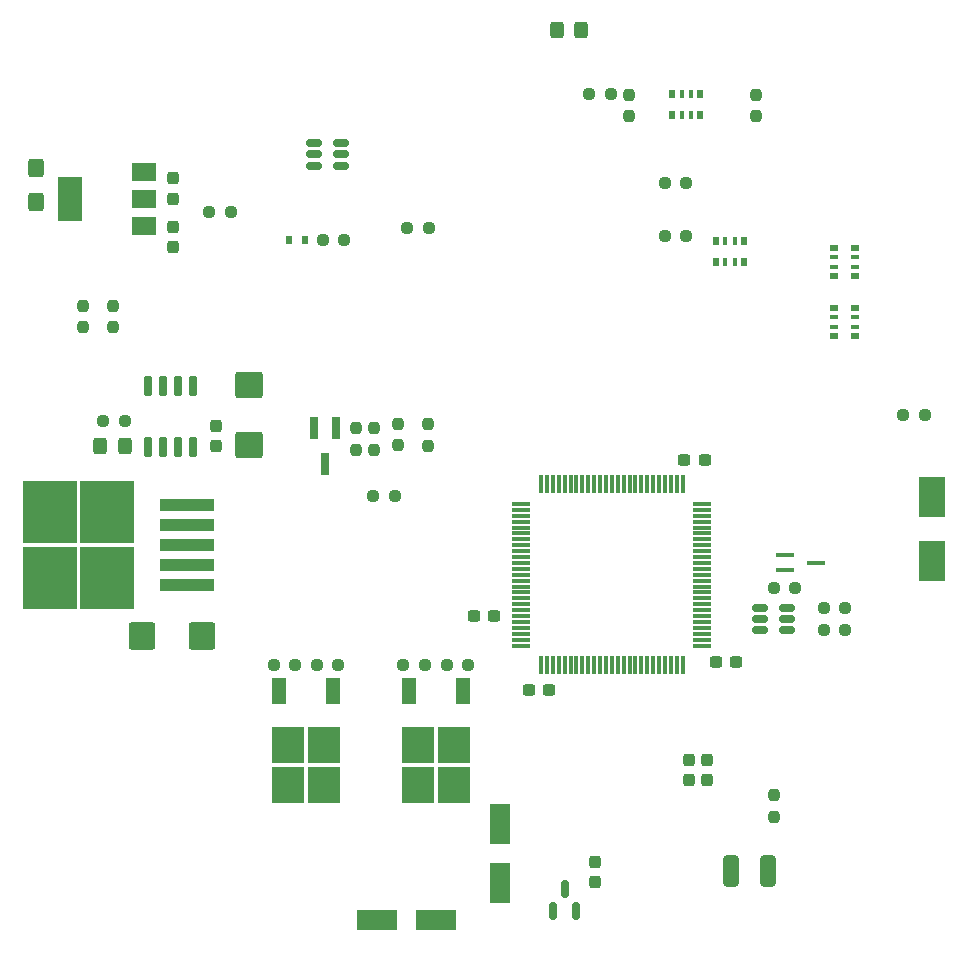
<source format=gbr>
%TF.GenerationSoftware,KiCad,Pcbnew,6.0.10*%
%TF.CreationDate,2023-01-12T17:29:40+03:00*%
%TF.ProjectId,nitrogen,6e697472-6f67-4656-9e2e-6b696361645f,rev?*%
%TF.SameCoordinates,Original*%
%TF.FileFunction,Paste,Bot*%
%TF.FilePolarity,Positive*%
%FSLAX46Y46*%
G04 Gerber Fmt 4.6, Leading zero omitted, Abs format (unit mm)*
G04 Created by KiCad (PCBNEW 6.0.10) date 2023-01-12 17:29:40*
%MOMM*%
%LPD*%
G01*
G04 APERTURE LIST*
G04 Aperture macros list*
%AMRoundRect*
0 Rectangle with rounded corners*
0 $1 Rounding radius*
0 $2 $3 $4 $5 $6 $7 $8 $9 X,Y pos of 4 corners*
0 Add a 4 corners polygon primitive as box body*
4,1,4,$2,$3,$4,$5,$6,$7,$8,$9,$2,$3,0*
0 Add four circle primitives for the rounded corners*
1,1,$1+$1,$2,$3*
1,1,$1+$1,$4,$5*
1,1,$1+$1,$6,$7*
1,1,$1+$1,$8,$9*
0 Add four rect primitives between the rounded corners*
20,1,$1+$1,$2,$3,$4,$5,0*
20,1,$1+$1,$4,$5,$6,$7,0*
20,1,$1+$1,$6,$7,$8,$9,0*
20,1,$1+$1,$8,$9,$2,$3,0*%
G04 Aperture macros list end*
%ADD10RoundRect,0.237500X-0.250000X-0.237500X0.250000X-0.237500X0.250000X0.237500X-0.250000X0.237500X0*%
%ADD11R,1.500000X0.450000*%
%ADD12RoundRect,0.237500X0.250000X0.237500X-0.250000X0.237500X-0.250000X-0.237500X0.250000X-0.237500X0*%
%ADD13RoundRect,0.237500X-0.237500X0.250000X-0.237500X-0.250000X0.237500X-0.250000X0.237500X0.250000X0*%
%ADD14RoundRect,0.237500X-0.237500X0.300000X-0.237500X-0.300000X0.237500X-0.300000X0.237500X0.300000X0*%
%ADD15RoundRect,0.237500X0.300000X0.237500X-0.300000X0.237500X-0.300000X-0.237500X0.300000X-0.237500X0*%
%ADD16RoundRect,0.075000X-0.725000X-0.075000X0.725000X-0.075000X0.725000X0.075000X-0.725000X0.075000X0*%
%ADD17RoundRect,0.075000X-0.075000X-0.725000X0.075000X-0.725000X0.075000X0.725000X-0.075000X0.725000X0*%
%ADD18RoundRect,0.250000X0.925000X-0.875000X0.925000X0.875000X-0.925000X0.875000X-0.925000X-0.875000X0*%
%ADD19RoundRect,0.237500X0.237500X-0.250000X0.237500X0.250000X-0.237500X0.250000X-0.237500X-0.250000X0*%
%ADD20RoundRect,0.237500X0.237500X-0.300000X0.237500X0.300000X-0.237500X0.300000X-0.237500X-0.300000X0*%
%ADD21R,0.800000X0.500000*%
%ADD22R,0.800000X0.400000*%
%ADD23R,0.600000X0.700000*%
%ADD24R,2.000000X1.500000*%
%ADD25R,2.000000X3.800000*%
%ADD26R,0.800000X1.900000*%
%ADD27RoundRect,0.150000X0.150000X-0.587500X0.150000X0.587500X-0.150000X0.587500X-0.150000X-0.587500X0*%
%ADD28R,0.500000X0.800000*%
%ADD29R,0.400000X0.800000*%
%ADD30RoundRect,0.150000X0.150000X-0.725000X0.150000X0.725000X-0.150000X0.725000X-0.150000X-0.725000X0*%
%ADD31RoundRect,0.250000X0.875000X0.925000X-0.875000X0.925000X-0.875000X-0.925000X0.875000X-0.925000X0*%
%ADD32RoundRect,0.250000X0.400000X1.075000X-0.400000X1.075000X-0.400000X-1.075000X0.400000X-1.075000X0*%
%ADD33RoundRect,0.150000X0.512500X0.150000X-0.512500X0.150000X-0.512500X-0.150000X0.512500X-0.150000X0*%
%ADD34R,4.550000X5.250000*%
%ADD35R,4.600000X1.100000*%
%ADD36R,3.500000X1.800000*%
%ADD37RoundRect,0.250000X-0.325000X-0.450000X0.325000X-0.450000X0.325000X0.450000X-0.325000X0.450000X0*%
%ADD38RoundRect,0.250000X0.325000X0.450000X-0.325000X0.450000X-0.325000X-0.450000X0.325000X-0.450000X0*%
%ADD39RoundRect,0.250000X0.425000X-0.537500X0.425000X0.537500X-0.425000X0.537500X-0.425000X-0.537500X0*%
%ADD40R,2.750000X3.050000*%
%ADD41R,1.200000X2.200000*%
%ADD42R,1.800000X3.500000*%
%ADD43RoundRect,0.237500X-0.300000X-0.237500X0.300000X-0.237500X0.300000X0.237500X-0.300000X0.237500X0*%
%ADD44RoundRect,0.150000X-0.512500X-0.150000X0.512500X-0.150000X0.512500X0.150000X-0.512500X0.150000X0*%
%ADD45R,2.300000X3.500000*%
G04 APERTURE END LIST*
D10*
%TO.C,R13*%
X164943800Y-95148400D03*
X163118800Y-95148400D03*
%TD*%
D11*
%TO.C,Q5*%
X164024000Y-93614000D03*
X164024000Y-92314000D03*
X166684000Y-92964000D03*
%TD*%
D12*
%TO.C,R8*%
X133551300Y-101600000D03*
X131726300Y-101600000D03*
%TD*%
D10*
%TO.C,R54*%
X124919100Y-65684400D03*
X126744100Y-65684400D03*
%TD*%
D13*
%TO.C,R44*%
X163100000Y-112661900D03*
X163100000Y-114486900D03*
%TD*%
D14*
%TO.C,C4*%
X147980400Y-118315400D03*
X147980400Y-120040400D03*
%TD*%
D15*
%TO.C,C7*%
X157275700Y-84277200D03*
X155550700Y-84277200D03*
%TD*%
D12*
%TO.C,R2*%
X122578500Y-101600000D03*
X120753500Y-101600000D03*
%TD*%
D16*
%TO.C,U4*%
X141725000Y-100000000D03*
X141725000Y-99500000D03*
X141725000Y-99000000D03*
X141725000Y-98500000D03*
X141725000Y-98000000D03*
X141725000Y-97500000D03*
X141725000Y-97000000D03*
X141725000Y-96500000D03*
X141725000Y-96000000D03*
X141725000Y-95500000D03*
X141725000Y-95000000D03*
X141725000Y-94500000D03*
X141725000Y-94000000D03*
X141725000Y-93500000D03*
X141725000Y-93000000D03*
X141725000Y-92500000D03*
X141725000Y-92000000D03*
X141725000Y-91500000D03*
X141725000Y-91000000D03*
X141725000Y-90500000D03*
X141725000Y-90000000D03*
X141725000Y-89500000D03*
X141725000Y-89000000D03*
X141725000Y-88500000D03*
X141725000Y-88000000D03*
D17*
X143400000Y-86325000D03*
X143900000Y-86325000D03*
X144400000Y-86325000D03*
X144900000Y-86325000D03*
X145400000Y-86325000D03*
X145900000Y-86325000D03*
X146400000Y-86325000D03*
X146900000Y-86325000D03*
X147400000Y-86325000D03*
X147900000Y-86325000D03*
X148400000Y-86325000D03*
X148900000Y-86325000D03*
X149400000Y-86325000D03*
X149900000Y-86325000D03*
X150400000Y-86325000D03*
X150900000Y-86325000D03*
X151400000Y-86325000D03*
X151900000Y-86325000D03*
X152400000Y-86325000D03*
X152900000Y-86325000D03*
X153400000Y-86325000D03*
X153900000Y-86325000D03*
X154400000Y-86325000D03*
X154900000Y-86325000D03*
X155400000Y-86325000D03*
D16*
X157075000Y-88000000D03*
X157075000Y-88500000D03*
X157075000Y-89000000D03*
X157075000Y-89500000D03*
X157075000Y-90000000D03*
X157075000Y-90500000D03*
X157075000Y-91000000D03*
X157075000Y-91500000D03*
X157075000Y-92000000D03*
X157075000Y-92500000D03*
X157075000Y-93000000D03*
X157075000Y-93500000D03*
X157075000Y-94000000D03*
X157075000Y-94500000D03*
X157075000Y-95000000D03*
X157075000Y-95500000D03*
X157075000Y-96000000D03*
X157075000Y-96500000D03*
X157075000Y-97000000D03*
X157075000Y-97500000D03*
X157075000Y-98000000D03*
X157075000Y-98500000D03*
X157075000Y-99000000D03*
X157075000Y-99500000D03*
X157075000Y-100000000D03*
D17*
X155400000Y-101675000D03*
X154900000Y-101675000D03*
X154400000Y-101675000D03*
X153900000Y-101675000D03*
X153400000Y-101675000D03*
X152900000Y-101675000D03*
X152400000Y-101675000D03*
X151900000Y-101675000D03*
X151400000Y-101675000D03*
X150900000Y-101675000D03*
X150400000Y-101675000D03*
X149900000Y-101675000D03*
X149400000Y-101675000D03*
X148900000Y-101675000D03*
X148400000Y-101675000D03*
X147900000Y-101675000D03*
X147400000Y-101675000D03*
X146900000Y-101675000D03*
X146400000Y-101675000D03*
X145900000Y-101675000D03*
X145400000Y-101675000D03*
X144900000Y-101675000D03*
X144400000Y-101675000D03*
X143900000Y-101675000D03*
X143400000Y-101675000D03*
%TD*%
D18*
%TO.C,C15*%
X118674000Y-83001000D03*
X118674000Y-77901000D03*
%TD*%
D19*
%TO.C,R22*%
X161645600Y-55166900D03*
X161645600Y-53341900D03*
%TD*%
D10*
%TO.C,R17*%
X115317900Y-63296800D03*
X117142900Y-63296800D03*
%TD*%
D20*
%TO.C,C22*%
X112250000Y-62162500D03*
X112250000Y-60437500D03*
%TD*%
D12*
%TO.C,R38*%
X108156500Y-80959000D03*
X106331500Y-80959000D03*
%TD*%
D19*
%TO.C,R47*%
X104597200Y-73048500D03*
X104597200Y-71223500D03*
%TD*%
D12*
%TO.C,R26*%
X149312500Y-53300000D03*
X147487500Y-53300000D03*
%TD*%
D21*
%TO.C,RN3*%
X170000000Y-71400000D03*
D22*
X170000000Y-72200000D03*
X170000000Y-73000000D03*
D21*
X170000000Y-73800000D03*
X168200000Y-73800000D03*
D22*
X168200000Y-73000000D03*
X168200000Y-72200000D03*
D21*
X168200000Y-71400000D03*
%TD*%
D23*
%TO.C,D8*%
X123432800Y-65659000D03*
X122032800Y-65659000D03*
%TD*%
D10*
%TO.C,R3*%
X124411100Y-101600000D03*
X126236100Y-101600000D03*
%TD*%
%TO.C,R46*%
X153887500Y-65300000D03*
X155712500Y-65300000D03*
%TD*%
D24*
%TO.C,U8*%
X109800000Y-59900000D03*
X109800000Y-62200000D03*
D25*
X103500000Y-62200000D03*
D24*
X109800000Y-64500000D03*
%TD*%
D26*
%TO.C,Q6*%
X124150000Y-81600000D03*
X126050000Y-81600000D03*
X125100000Y-84600000D03*
%TD*%
D12*
%TO.C,R18*%
X169162100Y-96774000D03*
X167337100Y-96774000D03*
%TD*%
D21*
%TO.C,RN5*%
X168200000Y-68700000D03*
D22*
X168200000Y-67900000D03*
X168200000Y-67100000D03*
D21*
X168200000Y-66300000D03*
X170000000Y-66300000D03*
D22*
X170000000Y-67100000D03*
X170000000Y-67900000D03*
D21*
X170000000Y-68700000D03*
%TD*%
D27*
%TO.C,D7*%
X146350000Y-122437500D03*
X144450000Y-122437500D03*
X145400000Y-120562500D03*
%TD*%
D10*
%TO.C,R9*%
X135434700Y-101600000D03*
X137259700Y-101600000D03*
%TD*%
D28*
%TO.C,RN1*%
X160600000Y-67500000D03*
D29*
X159800000Y-67500000D03*
X159000000Y-67500000D03*
D28*
X158200000Y-67500000D03*
X158200000Y-65700000D03*
D29*
X159000000Y-65700000D03*
X159800000Y-65700000D03*
D28*
X160600000Y-65700000D03*
%TD*%
D15*
%TO.C,C10*%
X139462500Y-97500000D03*
X137737500Y-97500000D03*
%TD*%
D30*
%TO.C,Q8*%
X113975000Y-83153000D03*
X112705000Y-83153000D03*
X111435000Y-83153000D03*
X110165000Y-83153000D03*
X110165000Y-78003000D03*
X111435000Y-78003000D03*
X112705000Y-78003000D03*
X113975000Y-78003000D03*
%TD*%
D31*
%TO.C,C18*%
X114700000Y-99150000D03*
X109600000Y-99150000D03*
%TD*%
D12*
%TO.C,R27*%
X155700100Y-60858400D03*
X153875100Y-60858400D03*
%TD*%
D32*
%TO.C,R19*%
X162600000Y-119100000D03*
X159500000Y-119100000D03*
%TD*%
D19*
%TO.C,R43*%
X131318000Y-83054200D03*
X131318000Y-81229200D03*
%TD*%
D20*
%TO.C,C13*%
X155905200Y-111403300D03*
X155905200Y-109678300D03*
%TD*%
D33*
%TO.C,U2*%
X164256300Y-96789200D03*
X164256300Y-97739200D03*
X164256300Y-98689200D03*
X161981300Y-98689200D03*
X161981300Y-97739200D03*
X161981300Y-96789200D03*
%TD*%
D34*
%TO.C,U6*%
X106675000Y-94275000D03*
X101825000Y-94275000D03*
X106675000Y-88725000D03*
X101825000Y-88725000D03*
D35*
X113400000Y-88100000D03*
X113400000Y-89800000D03*
X113400000Y-91500000D03*
X113400000Y-93200000D03*
X113400000Y-94900000D03*
%TD*%
D36*
%TO.C,D3*%
X134500000Y-123200000D03*
X129500000Y-123200000D03*
%TD*%
D19*
%TO.C,R21*%
X150876000Y-55166900D03*
X150876000Y-53341900D03*
%TD*%
D13*
%TO.C,R10*%
X129300000Y-81587500D03*
X129300000Y-83412500D03*
%TD*%
D19*
%TO.C,R42*%
X133807200Y-83056100D03*
X133807200Y-81231100D03*
%TD*%
D14*
%TO.C,C20*%
X112250000Y-64537500D03*
X112250000Y-66262500D03*
%TD*%
D37*
%TO.C,D11*%
X106092000Y-83118000D03*
X108142000Y-83118000D03*
%TD*%
D38*
%TO.C,L2*%
X146825000Y-47900000D03*
X144775000Y-47900000D03*
%TD*%
D12*
%TO.C,R15*%
X169162100Y-98704400D03*
X167337100Y-98704400D03*
%TD*%
D39*
%TO.C,C21*%
X100650000Y-62475000D03*
X100650000Y-59600000D03*
%TD*%
D40*
%TO.C,Q4*%
X132975000Y-108425000D03*
X136025000Y-111775000D03*
X132975000Y-111775000D03*
X136025000Y-108425000D03*
D41*
X132220000Y-103800000D03*
X136780000Y-103800000D03*
%TD*%
D19*
%TO.C,R45*%
X107137200Y-73048500D03*
X107137200Y-71223500D03*
%TD*%
D40*
%TO.C,Q1*%
X121975000Y-111775000D03*
X125025000Y-111775000D03*
X125025000Y-108425000D03*
X121975000Y-108425000D03*
D41*
X121220000Y-103800000D03*
X125780000Y-103800000D03*
%TD*%
D10*
%TO.C,R20*%
X174087500Y-80500000D03*
X175912500Y-80500000D03*
%TD*%
D42*
%TO.C,D4*%
X139900000Y-120100000D03*
X139900000Y-115100000D03*
%TD*%
D43*
%TO.C,C11*%
X142393500Y-103759000D03*
X144118500Y-103759000D03*
%TD*%
%TO.C,C5*%
X158192300Y-101371400D03*
X159917300Y-101371400D03*
%TD*%
D12*
%TO.C,R40*%
X131012500Y-87300000D03*
X129187500Y-87300000D03*
%TD*%
D44*
%TO.C,D9*%
X124162500Y-59350000D03*
X124162500Y-58400000D03*
X124162500Y-57450000D03*
X126437500Y-57450000D03*
X126437500Y-58400000D03*
X126437500Y-59350000D03*
%TD*%
D19*
%TO.C,R12*%
X127700000Y-83412500D03*
X127700000Y-81587500D03*
%TD*%
D28*
%TO.C,RN4*%
X156900000Y-55100000D03*
D29*
X156100000Y-55100000D03*
X155300000Y-55100000D03*
D28*
X154500000Y-55100000D03*
X154500000Y-53300000D03*
D29*
X155300000Y-53300000D03*
X156100000Y-53300000D03*
D28*
X156900000Y-53300000D03*
%TD*%
D12*
%TO.C,R16*%
X133908800Y-64668400D03*
X132083800Y-64668400D03*
%TD*%
D20*
%TO.C,C14*%
X115880000Y-83091500D03*
X115880000Y-81366500D03*
%TD*%
D45*
%TO.C,D5*%
X176500000Y-87400000D03*
X176500000Y-92800000D03*
%TD*%
D20*
%TO.C,C12*%
X157480000Y-111403300D03*
X157480000Y-109678300D03*
%TD*%
M02*

</source>
